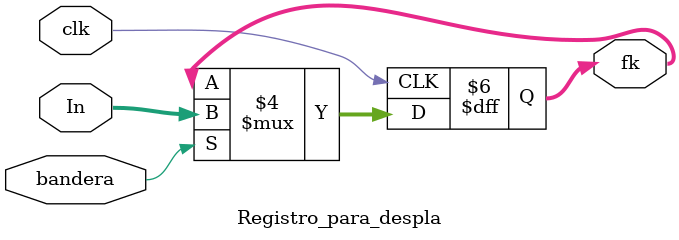
<source format=v>
`timescale 1ns / 1ps
module Registro_para_despla #(parameter N = 25)(
	input wire signed [2*N-1:0] In,
	output reg signed [2*N-1:0] fk,
	input clk,bandera
    );

initial
begin
fk = 0;
end

	always@(negedge clk)
		begin
			if(bandera)
				fk <= In;
			else
				fk  <= fk;
		end

endmodule

</source>
